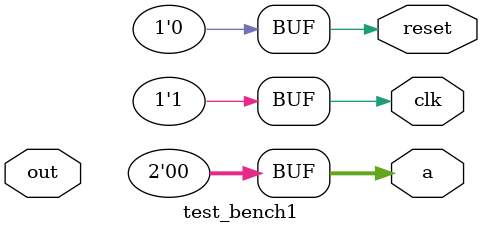
<source format=v>
module test_bench1(
  output reg[1:0]a,
  output reg clk,
  output reg reset,
  input wire out
);

moore test_moore(
  .a(a),
  .clk(clk),
  .reset(reset),
  .out(out)
);

always 
begin 
clk = 0; 
#10; 
clk = 1; 
#10; 
end 

initial begin
  reset=1;
  a=00;
  #10;
  reset=0;
  a=10;
  #10;
  a=01;
  #20;
  a=00;
  #20;
  a=01;
  #20;
  a=00;
  #20;
  a=01;
  #20;
  a=00;
  #20;
  a=01;
  #20;
  a=00;
  #20;
  a=01;
  #20;
  a=00;
  #20;
  reset=1;
  a=00;
  #10;
  reset=0;
  a=10;
  #10;
  a=01;
  #20;
  a=00;
  #20;
  a=01;
  #20;
  a=00;
  #20;
  a=01;
  #20;
  a=00;
  #20;
  a=01;
  #20;
  a=00;
  #20;
  a=01;
  #20;
  a=00;
  #20;
    
end
  
endmodule


</source>
